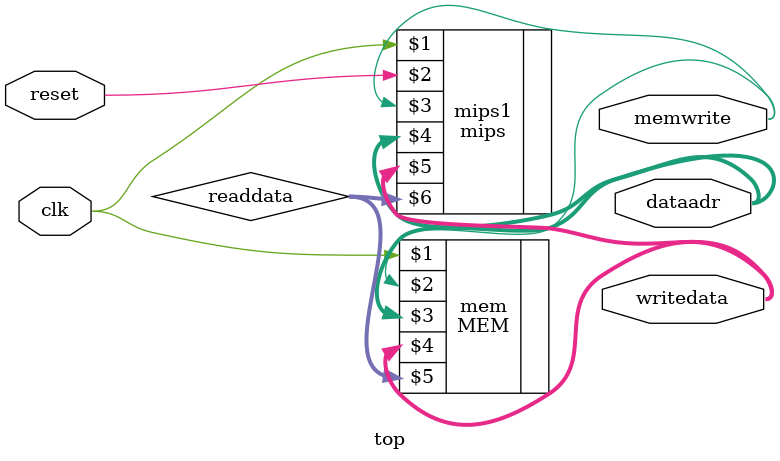
<source format=sv>
`timescale 1ns / 1ps


module top(
        input logic clk, reset,
        output logic [31:0] writedata, dataadr,
        output logic memwrite
    );

    logic [31:0] readdata;

    mips mips1(clk, reset, memwrite, dataadr, writedata, readdata);
    MEM mem(clk, memwrite, dataadr, writedata, readdata);
endmodule

</source>
